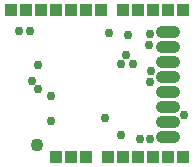
<source format=gbr>
G04 EAGLE Gerber RS-274X export*
G75*
%MOMM*%
%FSLAX34Y34*%
%LPD*%
%INSoldermask Bottom*%
%IPPOS*%
%AMOC8*
5,1,8,0,0,1.08239X$1,22.5*%
G01*
%ADD10C,1.104800*%
%ADD11C,1.016000*%
%ADD12R,1.066800X1.066800*%
%ADD13C,0.756400*%


D10*
X66244Y17506D03*
D11*
X172498Y100806D02*
X182150Y100806D01*
X182150Y88106D02*
X172498Y88106D01*
X172498Y113506D02*
X182150Y113506D01*
X182150Y75406D02*
X172498Y75406D01*
X172498Y62706D02*
X182150Y62706D01*
X182150Y50006D02*
X172498Y50006D01*
X172498Y37306D02*
X182150Y37306D01*
X182150Y24606D02*
X172498Y24606D01*
D12*
X44450Y131763D03*
X57150Y131763D03*
X69850Y131763D03*
X120650Y131763D03*
X107950Y131763D03*
X95250Y131763D03*
X82550Y131763D03*
X127000Y7938D03*
X139700Y7938D03*
X152400Y7938D03*
X165100Y7938D03*
X177800Y7938D03*
X190500Y7938D03*
X107950Y7938D03*
X95250Y7938D03*
X82550Y7938D03*
X190500Y131763D03*
X177800Y131763D03*
X165100Y131763D03*
X152400Y131763D03*
X139700Y131763D03*
D13*
X161131Y102394D03*
X78581Y38100D03*
X124243Y40857D03*
X161925Y111919D03*
X143814Y110867D03*
X60325Y114300D03*
X127397Y113109D03*
X148034Y86261D03*
X190782Y43081D03*
X141939Y93917D03*
X162624Y80455D03*
X162365Y71478D03*
X153325Y23019D03*
X137319Y26194D03*
X67113Y85777D03*
X51070Y114427D03*
X161925Y23019D03*
X137319Y86519D03*
X61913Y72231D03*
X67469Y65088D03*
X78581Y59531D03*
M02*

</source>
